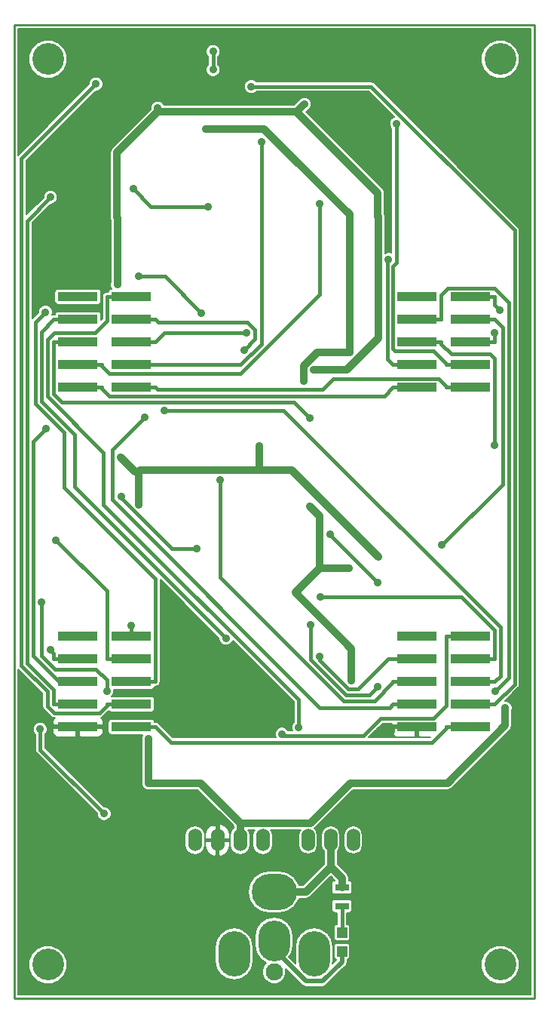
<source format=gtl>
G04 #@! TF.FileFunction,Copper,L1,Top,Signal*
%FSLAX46Y46*%
G04 Gerber Fmt 4.6, Leading zero omitted, Abs format (unit mm)*
G04 Created by KiCad (PCBNEW no-vcs-found-product) date Thu 23 Jul 2015 11:14:11 AM EDT*
%MOMM*%
G01*
G04 APERTURE LIST*
%ADD10C,0.100000*%
%ADD11C,0.228600*%
%ADD12R,4.495800X1.016000*%
%ADD13R,1.193800X1.193800*%
%ADD14C,1.930400*%
%ADD15O,3.556000X4.572000*%
%ADD16O,5.080000X4.064000*%
%ADD17O,3.556000X5.080000*%
%ADD18O,1.524000X2.540000*%
%ADD19R,1.600200X0.787400*%
%ADD20C,3.556000*%
%ADD21C,0.889000*%
%ADD22C,0.812800*%
%ADD23C,0.406400*%
%ADD24C,0.508000*%
%ADD25C,0.203200*%
G04 APERTURE END LIST*
D10*
D11*
X107569000Y-162951160D02*
X107569000Y-53731160D01*
X165989000Y-162951160D02*
X107569000Y-162951160D01*
X165989000Y-53731160D02*
X165989000Y-162951160D01*
X107569000Y-53731160D02*
X165989000Y-53731160D01*
D12*
X120726200Y-132471000D03*
X114731800Y-132471000D03*
X120726200Y-129931000D03*
X114731800Y-129931000D03*
X120726200Y-127391000D03*
X114731800Y-127391000D03*
X120726200Y-124851000D03*
X114731800Y-124851000D03*
X120726200Y-122311000D03*
X114731800Y-122311000D03*
D13*
X144399000Y-155546900D03*
X144399000Y-157655100D03*
D12*
X158826200Y-132471000D03*
X152831800Y-132471000D03*
X158826200Y-129931000D03*
X152831800Y-129931000D03*
X158826200Y-127391000D03*
X152831800Y-127391000D03*
X158826200Y-124851000D03*
X152831800Y-124851000D03*
X158826200Y-122311000D03*
X152831800Y-122311000D03*
D14*
X136779000Y-159953800D03*
D15*
X136779000Y-156448600D03*
D16*
X136779000Y-150962200D03*
D17*
X141274800Y-157947200D03*
X132283200Y-157947200D03*
D12*
X120726200Y-94371200D03*
X114731800Y-94371200D03*
X120726200Y-91831200D03*
X114731800Y-91831200D03*
X120726200Y-89291200D03*
X114731800Y-89291200D03*
X120726200Y-86751200D03*
X114731800Y-86751200D03*
X120726200Y-84211200D03*
X114731800Y-84211200D03*
X158826200Y-94371200D03*
X152831800Y-94371200D03*
X158826200Y-91831200D03*
X152831800Y-91831200D03*
X158826200Y-89291200D03*
X152831800Y-89291200D03*
X158826200Y-86751200D03*
X152831800Y-86751200D03*
X158826200Y-84211200D03*
X152831800Y-84211200D03*
D18*
X135509000Y-145171000D03*
X132969000Y-145171000D03*
X130429000Y-145171000D03*
X127889000Y-145171000D03*
X140589000Y-145171000D03*
X143129000Y-145171000D03*
X145669000Y-145171000D03*
D19*
X144399000Y-150479600D03*
X144399000Y-152562400D03*
D20*
X111379000Y-57541200D03*
X162179000Y-57541200D03*
X111379000Y-159141000D03*
X162179000Y-159141000D03*
D21*
X116756800Y-60330900D03*
X111663600Y-73044200D03*
X111101900Y-85922600D03*
X111161100Y-99013000D03*
X112278000Y-111490800D03*
X111634300Y-123812600D03*
X120726200Y-121059500D03*
X119578900Y-106656100D03*
X128086100Y-112484400D03*
X117975700Y-128437900D03*
X110647900Y-118515700D03*
X117678500Y-142210700D03*
X110507800Y-132719600D03*
X117941100Y-133582200D03*
X110315300Y-129229100D03*
X149837900Y-133312200D03*
X118030200Y-74053600D03*
X118030200Y-82845900D03*
X135326300Y-66847500D03*
X141851100Y-73771300D03*
X133670600Y-88237900D03*
X140819000Y-97851900D03*
X133401400Y-90166300D03*
X131363800Y-122541600D03*
X139524900Y-132539000D03*
X145320400Y-138777800D03*
X148521000Y-113421000D03*
X162722900Y-130348400D03*
X148449200Y-87990300D03*
X119547300Y-102226200D03*
X121597500Y-107536400D03*
X122687200Y-138766700D03*
X135108400Y-100922600D03*
X141172900Y-92421200D03*
X148425500Y-75215300D03*
X122687200Y-133771800D03*
X140183400Y-62597500D03*
X119151900Y-75316900D03*
X123703700Y-63024000D03*
X119181200Y-82842900D03*
X145224800Y-114667600D03*
X145276900Y-77202800D03*
X145276900Y-90438500D03*
X139114100Y-68825300D03*
X139144600Y-117376600D03*
X140067700Y-93687900D03*
X140759600Y-107706200D03*
X129097400Y-65345900D03*
X145463900Y-127282000D03*
X134213900Y-60630800D03*
X122255300Y-97717000D03*
X124474400Y-96954500D03*
X130681200Y-104791500D03*
X141957900Y-117866000D03*
X141901500Y-124548900D03*
X137658200Y-133285000D03*
X150526300Y-64774200D03*
X149624300Y-80018800D03*
X161531600Y-88210700D03*
X161531700Y-100902700D03*
X155626500Y-112035000D03*
X161609900Y-128436400D03*
X162133800Y-85699100D03*
X120971200Y-72104500D03*
X129389200Y-74075900D03*
X121559400Y-81933200D03*
X128597600Y-86039600D03*
X148416200Y-116275300D03*
X143065300Y-110819800D03*
X148413400Y-127927900D03*
X140864100Y-120971800D03*
X129925100Y-58725400D03*
X129925100Y-56683900D03*
D22*
X144399000Y-150479600D02*
X144399000Y-149425200D01*
X140322000Y-150962200D02*
X136779000Y-150962200D01*
X143129000Y-148155200D02*
X140322000Y-150962200D01*
X143129000Y-145171000D02*
X143129000Y-148155200D01*
X143129000Y-148155200D02*
X144399000Y-149425200D01*
D23*
X120726200Y-129931000D02*
X118020800Y-129931000D01*
X108371600Y-68716100D02*
X116756800Y-60330900D01*
X108371600Y-125563400D02*
X108371600Y-68716100D01*
X111293000Y-128484800D02*
X108371600Y-125563400D01*
X111293000Y-130135900D02*
X111293000Y-128484800D01*
X112053600Y-130896500D02*
X111293000Y-130135900D01*
X117176100Y-130896500D02*
X112053600Y-130896500D01*
X118020800Y-130051800D02*
X117176100Y-130896500D01*
X118020800Y-129931000D02*
X118020800Y-130051800D01*
X114731800Y-129931000D02*
X112026400Y-129931000D01*
X109032400Y-75675400D02*
X111663600Y-73044200D01*
X109032400Y-125289700D02*
X109032400Y-75675400D01*
X112026400Y-128283700D02*
X109032400Y-125289700D01*
X112026400Y-129931000D02*
X112026400Y-128283700D01*
X123431600Y-115885100D02*
X123431600Y-127391000D01*
X113180100Y-105633600D02*
X123431600Y-115885100D01*
X113180100Y-99442500D02*
X113180100Y-105633600D01*
X109957300Y-96219700D02*
X113180100Y-99442500D01*
X109957300Y-87067200D02*
X109957300Y-96219700D01*
X111101900Y-85922600D02*
X109957300Y-87067200D01*
X120726200Y-127391000D02*
X123431600Y-127391000D01*
X109698400Y-100475700D02*
X111161100Y-99013000D01*
X109698400Y-124521900D02*
X109698400Y-100475700D01*
X112567500Y-127391000D02*
X109698400Y-124521900D01*
X114731800Y-127391000D02*
X112567500Y-127391000D01*
X120726200Y-124851000D02*
X118020800Y-124851000D01*
X118020800Y-117233600D02*
X118020800Y-124851000D01*
X112278000Y-111490800D02*
X118020800Y-117233600D01*
X114731800Y-124851000D02*
X112026400Y-124851000D01*
X112026400Y-124204700D02*
X111634300Y-123812600D01*
X112026400Y-124851000D02*
X112026400Y-124204700D01*
X120726200Y-122311000D02*
X120726200Y-121059500D01*
D24*
X144399000Y-158855200D02*
X144399000Y-157655100D01*
X142251500Y-161002700D02*
X144399000Y-158855200D01*
X140324200Y-161002700D02*
X142251500Y-161002700D01*
X136779000Y-157457500D02*
X140324200Y-161002700D01*
X136779000Y-156956600D02*
X136779000Y-157457500D01*
D23*
X144399000Y-152562400D02*
X144399000Y-155546900D01*
X119578900Y-106793500D02*
X119578900Y-106656100D01*
X125269800Y-112484400D02*
X119578900Y-106793500D01*
X128086100Y-112484400D02*
X125269800Y-112484400D01*
X110647900Y-124469500D02*
X110647900Y-118515700D01*
X112147000Y-125968600D02*
X110647900Y-124469500D01*
X116764400Y-125968600D02*
X112147000Y-125968600D01*
X117975700Y-127179900D02*
X116764400Y-125968600D01*
X117975700Y-128437900D02*
X117975700Y-127179900D01*
X110507800Y-135040000D02*
X110507800Y-132719600D01*
X117678500Y-142210700D02*
X110507800Y-135040000D01*
D24*
X130429000Y-145171000D02*
X130429000Y-143392700D01*
X114731800Y-132471000D02*
X111975600Y-132471000D01*
X114731800Y-132471000D02*
X117488000Y-132471000D01*
X117941100Y-132924100D02*
X117488000Y-132471000D01*
X117941100Y-133582200D02*
X117941100Y-132924100D01*
X152831800Y-132471000D02*
X150075600Y-132471000D01*
X125881800Y-143392700D02*
X130429000Y-143392700D01*
X117941100Y-135452000D02*
X125881800Y-143392700D01*
X117941100Y-133582200D02*
X117941100Y-135452000D01*
X150075600Y-133074500D02*
X149837900Y-133312200D01*
X150075600Y-132471000D02*
X150075600Y-133074500D01*
X118030200Y-74053600D02*
X118030200Y-82845900D01*
X110315300Y-130810700D02*
X110315300Y-129229100D01*
X111975600Y-132471000D02*
X110315300Y-130810700D01*
D23*
X120726200Y-91831200D02*
X123431600Y-91831200D01*
X135326300Y-89517100D02*
X135326300Y-66847500D01*
X133012200Y-91831200D02*
X135326300Y-89517100D01*
X123431600Y-91831200D02*
X133012200Y-91831200D01*
X114731800Y-91831200D02*
X117437200Y-91831200D01*
X141851100Y-83926700D02*
X141851100Y-73771300D01*
X132981100Y-92796700D02*
X141851100Y-83926700D01*
X118281900Y-92796700D02*
X132981100Y-92796700D01*
X117437200Y-91952000D02*
X118281900Y-92796700D01*
X117437200Y-91831200D02*
X117437200Y-91952000D01*
X120726200Y-89291200D02*
X123431600Y-89291200D01*
X124484900Y-88237900D02*
X133670600Y-88237900D01*
X123431600Y-89291200D02*
X124484900Y-88237900D01*
X114731800Y-89291200D02*
X112026400Y-89291200D01*
X138983900Y-96016800D02*
X140819000Y-97851900D01*
X112959700Y-96016800D02*
X138983900Y-96016800D01*
X112026400Y-95083500D02*
X112959700Y-96016800D01*
X112026400Y-89291200D02*
X112026400Y-95083500D01*
X120726200Y-86751200D02*
X123431600Y-86751200D01*
X123736400Y-87056000D02*
X123431600Y-86751200D01*
X133786200Y-87056000D02*
X123736400Y-87056000D01*
X134615100Y-87884900D02*
X133786200Y-87056000D01*
X134615100Y-88952600D02*
X134615100Y-87884900D01*
X133401400Y-90166300D02*
X134615100Y-88952600D01*
X110651700Y-88125900D02*
X112026400Y-86751200D01*
X110651700Y-95979600D02*
X110651700Y-88125900D01*
X114335900Y-99663800D02*
X110651700Y-95979600D01*
X114335900Y-105513700D02*
X114335900Y-99663800D01*
X131363800Y-122541600D02*
X114335900Y-105513700D01*
X114731800Y-86751200D02*
X112026400Y-86751200D01*
X120726200Y-84211200D02*
X118020800Y-84211200D01*
X118020800Y-86881900D02*
X118020800Y-84211200D01*
X116693100Y-88209600D02*
X118020800Y-86881900D01*
X112115500Y-88209600D02*
X116693100Y-88209600D01*
X111327200Y-88997900D02*
X112115500Y-88209600D01*
X111327200Y-95384500D02*
X111327200Y-88997900D01*
X117616300Y-101673600D02*
X111327200Y-95384500D01*
X117616300Y-107518500D02*
X117616300Y-101673600D01*
X139524900Y-129427100D02*
X117616300Y-107518500D01*
X139524900Y-132539000D02*
X139524900Y-129427100D01*
D22*
X132969000Y-145171000D02*
X132969000Y-143240300D01*
X162722900Y-132296900D02*
X162722900Y-130348400D01*
X156242000Y-138777800D02*
X162722900Y-132296900D01*
X145320400Y-138777800D02*
X156242000Y-138777800D01*
X140857900Y-143240300D02*
X132969000Y-143240300D01*
X145320400Y-138777800D02*
X140857900Y-143240300D01*
X148449200Y-75239000D02*
X148425500Y-75215300D01*
X148449200Y-87990300D02*
X148449200Y-75239000D01*
X122687200Y-138766700D02*
X122687200Y-133771800D01*
X128495400Y-138766700D02*
X122687200Y-138766700D01*
X132969000Y-143240300D02*
X128495400Y-138766700D01*
X121597500Y-103813700D02*
X121597500Y-107536400D01*
X121134800Y-103813700D02*
X119547300Y-102226200D01*
X121597500Y-103813700D02*
X121134800Y-103813700D01*
X148449200Y-88876300D02*
X148449200Y-87990300D01*
X144904300Y-92421200D02*
X148449200Y-88876300D01*
X141172900Y-92421200D02*
X144904300Y-92421200D01*
X148425500Y-72599600D02*
X148425500Y-75215300D01*
X139303400Y-63477500D02*
X148425500Y-72599600D01*
X139303400Y-63477500D02*
X140183400Y-62597500D01*
X123703700Y-63477500D02*
X139303400Y-63477500D01*
X123703700Y-63477500D02*
X123703700Y-63024000D01*
X119151900Y-68029300D02*
X123703700Y-63477500D01*
X119151900Y-75316900D02*
X119151900Y-68029300D01*
X119181200Y-75346200D02*
X119181200Y-82842900D01*
X119151900Y-75316900D02*
X119181200Y-75346200D01*
X121724900Y-103686300D02*
X121597500Y-103813700D01*
X135108400Y-103686300D02*
X121724900Y-103686300D01*
X138786300Y-103686300D02*
X135108400Y-103686300D01*
X148521000Y-113421000D02*
X138786300Y-103686300D01*
X135108400Y-103686300D02*
X135108400Y-100922600D01*
X145276900Y-74988100D02*
X139114100Y-68825300D01*
X145276900Y-77202800D02*
X145276900Y-74988100D01*
X145276900Y-90438500D02*
X145276900Y-77202800D01*
X140067700Y-91961600D02*
X140067700Y-93687900D01*
X141590800Y-90438500D02*
X140067700Y-91961600D01*
X145276900Y-90438500D02*
X141590800Y-90438500D01*
X145224800Y-114667600D02*
X141853600Y-114667600D01*
X141853600Y-108800200D02*
X140759600Y-107706200D01*
X141853600Y-114667600D02*
X141853600Y-108800200D01*
X135634700Y-65345900D02*
X139114100Y-68825300D01*
X129097400Y-65345900D02*
X135634700Y-65345900D01*
X141853600Y-114667600D02*
X139144600Y-117376600D01*
X145463900Y-123695900D02*
X145463900Y-127282000D01*
X139144600Y-117376600D02*
X145463900Y-123695900D01*
D23*
X125175300Y-134214700D02*
X123431600Y-132471000D01*
X154497800Y-134214700D02*
X125175300Y-134214700D01*
X156120800Y-132591700D02*
X154497800Y-134214700D01*
X156120800Y-132471000D02*
X156120800Y-132591700D01*
X158826200Y-132471000D02*
X156120800Y-132471000D01*
X120726200Y-132471000D02*
X123431600Y-132471000D01*
X158826200Y-129931000D02*
X161531600Y-129931000D01*
X163795000Y-127667600D02*
X161531600Y-129931000D01*
X163795000Y-76764900D02*
X163795000Y-127667600D01*
X147660900Y-60630800D02*
X163795000Y-76764900D01*
X134213900Y-60630800D02*
X147660900Y-60630800D01*
X152831800Y-129931000D02*
X150126400Y-129931000D01*
X149763500Y-130293900D02*
X150126400Y-129931000D01*
X141910900Y-130293900D02*
X149763500Y-130293900D01*
X118615100Y-106998100D02*
X141910900Y-130293900D01*
X118615100Y-101357200D02*
X118615100Y-106998100D01*
X122255300Y-97717000D02*
X118615100Y-101357200D01*
X158826200Y-127391000D02*
X161531600Y-127391000D01*
X137848700Y-96954500D02*
X124474400Y-96954500D01*
X162193400Y-121299200D02*
X137848700Y-96954500D01*
X162193400Y-126729200D02*
X162193400Y-121299200D01*
X161531600Y-127391000D02*
X162193400Y-126729200D01*
X152831800Y-127391000D02*
X150126400Y-127391000D01*
X150126400Y-127490600D02*
X150126400Y-127391000D01*
X148031000Y-129586000D02*
X150126400Y-127490600D01*
X144579600Y-129586000D02*
X148031000Y-129586000D01*
X130681200Y-115687600D02*
X144579600Y-129586000D01*
X130681200Y-104791500D02*
X130681200Y-115687600D01*
X158826200Y-124851000D02*
X161531600Y-124851000D01*
X161531600Y-121571900D02*
X161531600Y-124851000D01*
X157825700Y-117866000D02*
X161531600Y-121571900D01*
X141957900Y-117866000D02*
X157825700Y-117866000D01*
X149586900Y-124851000D02*
X152831800Y-124851000D01*
X146210600Y-128227300D02*
X149586900Y-124851000D01*
X145102900Y-128227300D02*
X146210600Y-128227300D01*
X141901500Y-125025900D02*
X145102900Y-128227300D01*
X141901500Y-124548900D02*
X141901500Y-125025900D01*
X158826200Y-122311000D02*
X156120800Y-122311000D01*
X137818500Y-133445300D02*
X137658200Y-133285000D01*
X146796100Y-133445300D02*
X137818500Y-133445300D01*
X148736000Y-131505400D02*
X146796100Y-133445300D01*
X154687200Y-131505400D02*
X148736000Y-131505400D01*
X156120800Y-130071800D02*
X154687200Y-131505400D01*
X156120800Y-122311000D02*
X156120800Y-130071800D01*
X158826200Y-94371200D02*
X156120800Y-94371200D01*
X156120800Y-94250400D02*
X156120800Y-94371200D01*
X155276100Y-93405700D02*
X156120800Y-94250400D01*
X143428500Y-93405700D02*
X155276100Y-93405700D01*
X142218400Y-94615800D02*
X143428500Y-93405700D01*
X123676200Y-94615800D02*
X142218400Y-94615800D01*
X123431600Y-94371200D02*
X123676200Y-94615800D01*
X120726200Y-94371200D02*
X123431600Y-94371200D01*
X152831800Y-94371200D02*
X150126400Y-94371200D01*
X114731800Y-94371200D02*
X117437200Y-94371200D01*
X149160900Y-95336700D02*
X150126400Y-94371200D01*
X118281900Y-95336700D02*
X149160900Y-95336700D01*
X117437200Y-94492000D02*
X118281900Y-95336700D01*
X117437200Y-94371200D02*
X117437200Y-94492000D01*
X158826200Y-91831200D02*
X156120800Y-91831200D01*
X150526300Y-80392500D02*
X150526300Y-64774200D01*
X150126300Y-80792500D02*
X150526300Y-80392500D01*
X150126300Y-90026000D02*
X150126300Y-80792500D01*
X150357100Y-90256800D02*
X150126300Y-90026000D01*
X154674700Y-90256800D02*
X150357100Y-90256800D01*
X156120800Y-91702900D02*
X154674700Y-90256800D01*
X156120800Y-91831200D02*
X156120800Y-91702900D01*
X149465500Y-91170300D02*
X150126400Y-91831200D01*
X149465500Y-80177600D02*
X149465500Y-91170300D01*
X149624300Y-80018800D02*
X149465500Y-80177600D01*
X152831800Y-91831200D02*
X150126400Y-91831200D01*
X158826200Y-89291200D02*
X161531600Y-89291200D01*
X161531600Y-88210700D02*
X161531600Y-89291200D01*
X161531700Y-91124400D02*
X161531700Y-100902700D01*
X161049700Y-90642400D02*
X161531700Y-91124400D01*
X156684700Y-90642400D02*
X161049700Y-90642400D01*
X155537200Y-89494900D02*
X156684700Y-90642400D01*
X155537200Y-89291200D02*
X155537200Y-89494900D01*
X152831800Y-89291200D02*
X155537200Y-89291200D01*
X158826200Y-86751200D02*
X161531600Y-86751200D01*
X162433700Y-87653300D02*
X161531600Y-86751200D01*
X162433700Y-105227800D02*
X162433700Y-87653300D01*
X155626500Y-112035000D02*
X162433700Y-105227800D01*
X152831800Y-86751200D02*
X155537200Y-86751200D01*
X155537200Y-84029200D02*
X155537200Y-86751200D01*
X156320800Y-83245600D02*
X155537200Y-84029200D01*
X161519600Y-83245600D02*
X156320800Y-83245600D01*
X163121400Y-84847400D02*
X161519600Y-83245600D01*
X163121400Y-126924900D02*
X163121400Y-84847400D01*
X161609900Y-128436400D02*
X163121400Y-126924900D01*
X161531600Y-85096900D02*
X161531600Y-84211200D01*
X162133800Y-85699100D02*
X161531600Y-85096900D01*
X158826200Y-84211200D02*
X161531600Y-84211200D01*
X122942600Y-74075900D02*
X120971200Y-72104500D01*
X129389200Y-74075900D02*
X122942600Y-74075900D01*
X124491200Y-81933200D02*
X121559400Y-81933200D01*
X128597600Y-86039600D02*
X124491200Y-81933200D01*
X143065300Y-110924400D02*
X143065300Y-110819800D01*
X148416200Y-116275300D02*
X143065300Y-110924400D01*
X147453100Y-128888200D02*
X148413400Y-127927900D01*
X144827800Y-128888200D02*
X147453100Y-128888200D01*
X140864100Y-124924500D02*
X144827800Y-128888200D01*
X140864100Y-120971800D02*
X140864100Y-124924500D01*
X129925100Y-58725400D02*
X129925100Y-56683900D01*
D25*
G36*
X165569900Y-162532060D02*
X107988100Y-162532060D01*
X107988100Y-159563537D01*
X109245030Y-159563537D01*
X109569167Y-160348009D01*
X110168835Y-160948724D01*
X110952739Y-161274229D01*
X111801537Y-161274970D01*
X112586009Y-160950833D01*
X113186724Y-160351165D01*
X113512229Y-159567261D01*
X113512970Y-158718463D01*
X113188833Y-157933991D01*
X112589165Y-157333276D01*
X112095942Y-157128472D01*
X130149600Y-157128472D01*
X130149600Y-158765928D01*
X130312011Y-159582421D01*
X130774517Y-160274611D01*
X131466707Y-160737117D01*
X132283200Y-160899528D01*
X133099693Y-160737117D01*
X133791883Y-160274611D01*
X134254389Y-159582421D01*
X134416800Y-158765928D01*
X134416800Y-157128472D01*
X134254389Y-156311979D01*
X133971663Y-155888848D01*
X134645400Y-155888848D01*
X134645400Y-157008352D01*
X134807811Y-157824845D01*
X135270317Y-158517035D01*
X135916338Y-158948692D01*
X135659933Y-159204650D01*
X135458430Y-159689924D01*
X135457971Y-160215371D01*
X135658627Y-160700996D01*
X136029850Y-161072867D01*
X136515124Y-161274370D01*
X137040571Y-161274829D01*
X137526196Y-161074173D01*
X137898067Y-160702950D01*
X138099570Y-160217676D01*
X138100029Y-159692229D01*
X138063699Y-159604303D01*
X139893148Y-161433752D01*
X140090916Y-161565897D01*
X140324200Y-161612300D01*
X142251500Y-161612300D01*
X142484784Y-161565897D01*
X142682552Y-161433752D01*
X144552767Y-159563537D01*
X160045030Y-159563537D01*
X160369167Y-160348009D01*
X160968835Y-160948724D01*
X161752739Y-161274229D01*
X162601537Y-161274970D01*
X163386009Y-160950833D01*
X163986724Y-160351165D01*
X164312229Y-159567261D01*
X164312970Y-158718463D01*
X163988833Y-157933991D01*
X163389165Y-157333276D01*
X162605261Y-157007771D01*
X161756463Y-157007030D01*
X160971991Y-157331167D01*
X160371276Y-157930835D01*
X160045771Y-158714739D01*
X160045030Y-159563537D01*
X144552767Y-159563537D01*
X144830053Y-159286252D01*
X144909267Y-159167698D01*
X144962197Y-159088484D01*
X145008600Y-158855200D01*
X145008600Y-158560307D01*
X145112119Y-158540222D01*
X145214265Y-158473123D01*
X145282641Y-158371827D01*
X145306671Y-158252000D01*
X145306671Y-157058200D01*
X145284122Y-156941981D01*
X145217023Y-156839835D01*
X145115727Y-156771459D01*
X144995900Y-156747429D01*
X143802100Y-156747429D01*
X143685881Y-156769978D01*
X143583735Y-156837077D01*
X143515359Y-156938373D01*
X143491329Y-157058200D01*
X143491329Y-158252000D01*
X143513878Y-158368219D01*
X143580977Y-158470365D01*
X143682273Y-158538741D01*
X143789400Y-158560224D01*
X143789400Y-158602695D01*
X143354328Y-159037768D01*
X143408400Y-158765928D01*
X143408400Y-157128472D01*
X143245989Y-156311979D01*
X142783483Y-155619789D01*
X142091293Y-155157283D01*
X141274800Y-154994872D01*
X140458307Y-155157283D01*
X139766117Y-155619789D01*
X139303611Y-156311979D01*
X139141200Y-157128472D01*
X139141200Y-158765928D01*
X139188792Y-159005188D01*
X138453090Y-158269486D01*
X138750189Y-157824845D01*
X138912600Y-157008352D01*
X138912600Y-155888848D01*
X138750189Y-155072355D01*
X138287683Y-154380165D01*
X137595493Y-153917659D01*
X136779000Y-153755248D01*
X135962507Y-153917659D01*
X135270317Y-154380165D01*
X134807811Y-155072355D01*
X134645400Y-155888848D01*
X133971663Y-155888848D01*
X133791883Y-155619789D01*
X133099693Y-155157283D01*
X132283200Y-154994872D01*
X131466707Y-155157283D01*
X130774517Y-155619789D01*
X130312011Y-156311979D01*
X130149600Y-157128472D01*
X112095942Y-157128472D01*
X111805261Y-157007771D01*
X110956463Y-157007030D01*
X110171991Y-157331167D01*
X109571276Y-157930835D01*
X109245771Y-158714739D01*
X109245030Y-159563537D01*
X107988100Y-159563537D01*
X107988100Y-150962200D01*
X133826672Y-150962200D01*
X134008417Y-151875895D01*
X134525984Y-152650488D01*
X135300577Y-153168055D01*
X136214272Y-153349800D01*
X137343728Y-153349800D01*
X138257423Y-153168055D01*
X139032016Y-152650488D01*
X139353936Y-152168700D01*
X143236333Y-152168700D01*
X143236333Y-152956100D01*
X143262641Y-153091689D01*
X143340923Y-153210859D01*
X143459101Y-153290631D01*
X143598900Y-153318667D01*
X143840200Y-153318667D01*
X143840200Y-154639229D01*
X143802100Y-154639229D01*
X143685881Y-154661778D01*
X143583735Y-154728877D01*
X143515359Y-154830173D01*
X143491329Y-154950000D01*
X143491329Y-156143800D01*
X143513878Y-156260019D01*
X143580977Y-156362165D01*
X143682273Y-156430541D01*
X143802100Y-156454571D01*
X144995900Y-156454571D01*
X145112119Y-156432022D01*
X145214265Y-156364923D01*
X145282641Y-156263627D01*
X145306671Y-156143800D01*
X145306671Y-154950000D01*
X145284122Y-154833781D01*
X145217023Y-154731635D01*
X145115727Y-154663259D01*
X144995900Y-154639229D01*
X144957800Y-154639229D01*
X144957800Y-153318667D01*
X145199100Y-153318667D01*
X145334689Y-153292359D01*
X145453859Y-153214077D01*
X145533631Y-153095899D01*
X145561667Y-152956100D01*
X145561667Y-152168700D01*
X145535359Y-152033111D01*
X145457077Y-151913941D01*
X145338899Y-151834169D01*
X145199100Y-151806133D01*
X143598900Y-151806133D01*
X143463311Y-151832441D01*
X143344141Y-151910723D01*
X143264369Y-152028901D01*
X143236333Y-152168700D01*
X139353936Y-152168700D01*
X139549583Y-151875895D01*
X139579757Y-151724200D01*
X140322000Y-151724200D01*
X140613605Y-151666196D01*
X140860815Y-151501015D01*
X143129000Y-149232831D01*
X143619502Y-149723333D01*
X143598900Y-149723333D01*
X143463311Y-149749641D01*
X143344141Y-149827923D01*
X143264369Y-149946101D01*
X143236333Y-150085900D01*
X143236333Y-150873300D01*
X143262641Y-151008889D01*
X143340923Y-151128059D01*
X143459101Y-151207831D01*
X143598900Y-151235867D01*
X144370178Y-151235867D01*
X144399000Y-151241600D01*
X144427822Y-151235867D01*
X145199100Y-151235867D01*
X145334689Y-151209559D01*
X145453859Y-151131277D01*
X145533631Y-151013099D01*
X145561667Y-150873300D01*
X145561667Y-150085900D01*
X145535359Y-149950311D01*
X145457077Y-149831141D01*
X145338899Y-149751369D01*
X145199100Y-149723333D01*
X145161000Y-149723333D01*
X145161000Y-149425200D01*
X145102996Y-149133595D01*
X144937815Y-148886384D01*
X143891000Y-147839570D01*
X143891000Y-146452733D01*
X144114595Y-146118099D01*
X144195800Y-145709852D01*
X144195800Y-144632148D01*
X144602200Y-144632148D01*
X144602200Y-145709852D01*
X144683405Y-146118099D01*
X144914658Y-146464194D01*
X145260753Y-146695447D01*
X145669000Y-146776652D01*
X146077247Y-146695447D01*
X146423342Y-146464194D01*
X146654595Y-146118099D01*
X146735800Y-145709852D01*
X146735800Y-144632148D01*
X146654595Y-144223901D01*
X146423342Y-143877806D01*
X146077247Y-143646553D01*
X145669000Y-143565348D01*
X145260753Y-143646553D01*
X144914658Y-143877806D01*
X144683405Y-144223901D01*
X144602200Y-144632148D01*
X144195800Y-144632148D01*
X144195800Y-144632148D01*
X144114595Y-144223901D01*
X143883342Y-143877806D01*
X143537247Y-143646553D01*
X143129000Y-143565348D01*
X142720753Y-143646553D01*
X142374658Y-143877806D01*
X142143405Y-144223901D01*
X142062200Y-144632148D01*
X142062200Y-145709852D01*
X142143405Y-146118099D01*
X142367000Y-146452733D01*
X142367000Y-147839569D01*
X140006370Y-150200200D01*
X139579757Y-150200200D01*
X139549583Y-150048505D01*
X139032016Y-149273912D01*
X138257423Y-148756345D01*
X137343728Y-148574600D01*
X136214272Y-148574600D01*
X135300577Y-148756345D01*
X134525984Y-149273912D01*
X134008417Y-150048505D01*
X133826672Y-150962200D01*
X107988100Y-150962200D01*
X107988100Y-144631153D01*
X126771400Y-144631153D01*
X126771400Y-145710847D01*
X126856472Y-146138534D01*
X127098737Y-146501110D01*
X127461313Y-146743375D01*
X127889000Y-146828447D01*
X128316687Y-146743375D01*
X128679263Y-146501110D01*
X128921528Y-146138534D01*
X129006600Y-145710847D01*
X129006600Y-145323400D01*
X129057400Y-145323400D01*
X129057400Y-145831400D01*
X129220128Y-146344688D01*
X129566896Y-146756631D01*
X130065239Y-147001484D01*
X130276600Y-146888637D01*
X130276600Y-145323400D01*
X130581400Y-145323400D01*
X130581400Y-146888637D01*
X130792761Y-147001484D01*
X131291104Y-146756631D01*
X131637872Y-146344688D01*
X131800600Y-145831400D01*
X131800600Y-145323400D01*
X130581400Y-145323400D01*
X130276600Y-145323400D01*
X130276600Y-145323400D01*
X129057400Y-145323400D01*
X129006600Y-145323400D01*
X129006600Y-144631153D01*
X128982621Y-144510600D01*
X129057400Y-144510600D01*
X129057400Y-145018600D01*
X130276600Y-145018600D01*
X130276600Y-143453363D01*
X130581400Y-143453363D01*
X130581400Y-145018600D01*
X131800600Y-145018600D01*
X131800600Y-144510600D01*
X131637872Y-143997312D01*
X131291104Y-143585369D01*
X130792761Y-143340516D01*
X130581400Y-143453363D01*
X130276600Y-143453363D01*
X130276600Y-143453363D01*
X130065239Y-143340516D01*
X129566896Y-143585369D01*
X129220128Y-143997312D01*
X129057400Y-144510600D01*
X128982621Y-144510600D01*
X128921528Y-144203466D01*
X128679263Y-143840890D01*
X128316687Y-143598625D01*
X127889000Y-143513553D01*
X127461313Y-143598625D01*
X127098737Y-143840890D01*
X126856472Y-144203466D01*
X126771400Y-144631153D01*
X107988100Y-144631153D01*
X107988100Y-132878052D01*
X109707561Y-132878052D01*
X109829113Y-133172228D01*
X109949000Y-133292325D01*
X109949000Y-135040000D01*
X109991536Y-135253844D01*
X110112669Y-135435131D01*
X116878408Y-142200870D01*
X116878261Y-142369152D01*
X116999813Y-142663328D01*
X117224688Y-142888596D01*
X117518652Y-143010661D01*
X117836952Y-143010939D01*
X118131128Y-142889387D01*
X118356396Y-142664512D01*
X118478461Y-142370548D01*
X118478739Y-142052248D01*
X118357187Y-141758072D01*
X118132312Y-141532804D01*
X117838348Y-141410739D01*
X117668653Y-141410591D01*
X111066600Y-134808538D01*
X111066600Y-133292300D01*
X111185696Y-133173412D01*
X111307761Y-132879448D01*
X111307851Y-132775800D01*
X111874300Y-132775800D01*
X111874300Y-133100257D01*
X111967106Y-133324311D01*
X112138589Y-133495794D01*
X112362643Y-133588600D01*
X114427000Y-133588600D01*
X114579400Y-133436200D01*
X114579400Y-132623400D01*
X114884200Y-132623400D01*
X114884200Y-133436200D01*
X115036600Y-133588600D01*
X117100957Y-133588600D01*
X117325011Y-133495794D01*
X117496494Y-133324311D01*
X117589300Y-133100257D01*
X117589300Y-132775800D01*
X117436900Y-132623400D01*
X114884200Y-132623400D01*
X114579400Y-132623400D01*
X114579400Y-132623400D01*
X112026700Y-132623400D01*
X111874300Y-132775800D01*
X111307851Y-132775800D01*
X111308039Y-132561148D01*
X111186487Y-132266972D01*
X110961612Y-132041704D01*
X110667648Y-131919639D01*
X110349348Y-131919361D01*
X110055172Y-132040913D01*
X109829904Y-132265788D01*
X109707839Y-132559752D01*
X109707561Y-132878052D01*
X107988100Y-132878052D01*
X107988100Y-125970162D01*
X110734200Y-128716263D01*
X110734200Y-130135900D01*
X110776736Y-130349744D01*
X110870319Y-130489800D01*
X110897869Y-130531031D01*
X111658469Y-131291631D01*
X111839756Y-131412764D01*
X112053600Y-131455300D01*
X112129495Y-131455300D01*
X111967106Y-131617689D01*
X111874300Y-131841743D01*
X111874300Y-132166200D01*
X112026700Y-132318600D01*
X114579400Y-132318600D01*
X114579400Y-132298600D01*
X114884200Y-132298600D01*
X114884200Y-132318600D01*
X117436900Y-132318600D01*
X117589300Y-132166200D01*
X117589300Y-131841743D01*
X117496494Y-131617689D01*
X117325011Y-131446206D01*
X117291533Y-131432339D01*
X117389944Y-131412764D01*
X117571231Y-131291631D01*
X118200016Y-130662846D01*
X118220323Y-130693759D01*
X118338501Y-130773531D01*
X118478300Y-130801567D01*
X122974100Y-130801567D01*
X123109689Y-130775259D01*
X123228859Y-130696977D01*
X123308631Y-130578799D01*
X123336667Y-130439000D01*
X123336667Y-129423000D01*
X123310359Y-129287411D01*
X123232077Y-129168241D01*
X123113899Y-129088469D01*
X122974100Y-129060433D01*
X118484580Y-129060433D01*
X118653596Y-128891712D01*
X118775661Y-128597748D01*
X118775939Y-128279448D01*
X118768551Y-128261567D01*
X122974100Y-128261567D01*
X123109689Y-128235259D01*
X123228859Y-128156977D01*
X123308631Y-128038799D01*
X123326479Y-127949800D01*
X123431600Y-127949800D01*
X123645444Y-127907264D01*
X123826731Y-127786131D01*
X123947864Y-127604844D01*
X123990400Y-127391000D01*
X123990400Y-115958462D01*
X130563708Y-122531770D01*
X130563561Y-122700052D01*
X130685113Y-122994228D01*
X130909988Y-123219496D01*
X131203952Y-123341561D01*
X131522252Y-123341839D01*
X131816428Y-123220287D01*
X132041696Y-122995412D01*
X132118349Y-122810811D01*
X138966100Y-129658562D01*
X138966100Y-131966300D01*
X138847004Y-132085188D01*
X138724939Y-132379152D01*
X138724661Y-132697452D01*
X138802775Y-132886500D01*
X138359252Y-132886500D01*
X138336887Y-132832372D01*
X138112012Y-132607104D01*
X137818048Y-132485039D01*
X137499748Y-132484761D01*
X137205572Y-132606313D01*
X136980304Y-132831188D01*
X136858239Y-133125152D01*
X136857961Y-133443452D01*
X136945743Y-133655900D01*
X125406762Y-133655900D01*
X123826731Y-132075869D01*
X123774416Y-132040913D01*
X123645444Y-131954736D01*
X123431600Y-131912200D01*
X123326810Y-131912200D01*
X123310359Y-131827411D01*
X123232077Y-131708241D01*
X123113899Y-131628469D01*
X122974100Y-131600433D01*
X118478300Y-131600433D01*
X118342711Y-131626741D01*
X118223541Y-131705023D01*
X118143769Y-131823201D01*
X118115733Y-131963000D01*
X118115733Y-132979000D01*
X118142041Y-133114589D01*
X118220323Y-133233759D01*
X118338501Y-133313531D01*
X118478300Y-133341567D01*
X121999513Y-133341567D01*
X121887239Y-133611952D01*
X121886961Y-133930252D01*
X121925200Y-134022797D01*
X121925200Y-138515432D01*
X121887239Y-138606852D01*
X121886961Y-138925152D01*
X122008513Y-139219328D01*
X122233388Y-139444596D01*
X122527352Y-139566661D01*
X122845652Y-139566939D01*
X122938197Y-139528700D01*
X128179770Y-139528700D01*
X132207000Y-143555931D01*
X132207000Y-143822005D01*
X132178737Y-143840890D01*
X131936472Y-144203466D01*
X131851400Y-144631153D01*
X131851400Y-145710847D01*
X131936472Y-146138534D01*
X132178737Y-146501110D01*
X132541313Y-146743375D01*
X132969000Y-146828447D01*
X133396687Y-146743375D01*
X133759263Y-146501110D01*
X134001528Y-146138534D01*
X134086600Y-145710847D01*
X134086600Y-144631153D01*
X134001528Y-144203466D01*
X133867113Y-144002300D01*
X134610887Y-144002300D01*
X134476472Y-144203466D01*
X134391400Y-144631153D01*
X134391400Y-145710847D01*
X134476472Y-146138534D01*
X134718737Y-146501110D01*
X135081313Y-146743375D01*
X135509000Y-146828447D01*
X135936687Y-146743375D01*
X136299263Y-146501110D01*
X136541528Y-146138534D01*
X136626600Y-145710847D01*
X136626600Y-144631153D01*
X136541528Y-144203466D01*
X136407113Y-144002300D01*
X139751474Y-144002300D01*
X139603405Y-144223901D01*
X139522200Y-144632148D01*
X139522200Y-145709852D01*
X139603405Y-146118099D01*
X139834658Y-146464194D01*
X140180753Y-146695447D01*
X140589000Y-146776652D01*
X140997247Y-146695447D01*
X141343342Y-146464194D01*
X141574595Y-146118099D01*
X141655800Y-145709852D01*
X141655800Y-144632148D01*
X141574595Y-144223901D01*
X141343342Y-143877806D01*
X141296178Y-143846292D01*
X141396715Y-143779115D01*
X145636030Y-139539800D01*
X156242000Y-139539800D01*
X156533605Y-139481796D01*
X156780815Y-139316615D01*
X163261716Y-132835715D01*
X163362525Y-132684843D01*
X163426896Y-132588505D01*
X163484900Y-132296900D01*
X163484900Y-130599668D01*
X163522861Y-130508248D01*
X163523139Y-130189948D01*
X163401587Y-129895772D01*
X163176712Y-129670504D01*
X162882748Y-129548439D01*
X162704579Y-129548283D01*
X164190131Y-128062731D01*
X164202647Y-128044000D01*
X164311264Y-127881444D01*
X164353800Y-127667600D01*
X164353800Y-76764900D01*
X164311264Y-76551056D01*
X164190131Y-76369769D01*
X148056031Y-60235669D01*
X147968209Y-60176988D01*
X147874744Y-60114536D01*
X147660900Y-60072000D01*
X134786600Y-60072000D01*
X134667712Y-59952904D01*
X134373748Y-59830839D01*
X134055448Y-59830561D01*
X133761272Y-59952113D01*
X133536004Y-60176988D01*
X133413939Y-60470952D01*
X133413661Y-60789252D01*
X133535213Y-61083428D01*
X133760088Y-61308696D01*
X134054052Y-61430761D01*
X134372352Y-61431039D01*
X134666528Y-61309487D01*
X134786625Y-61189600D01*
X147429438Y-61189600D01*
X150258840Y-64019002D01*
X150073672Y-64095513D01*
X149848404Y-64320388D01*
X149726339Y-64614352D01*
X149726061Y-64932652D01*
X149847613Y-65226828D01*
X149967500Y-65346925D01*
X149967500Y-79294974D01*
X149784148Y-79218839D01*
X149465848Y-79218561D01*
X149211200Y-79323780D01*
X149211200Y-75409492D01*
X149225461Y-75375148D01*
X149225739Y-75056848D01*
X149187500Y-74964303D01*
X149187500Y-72599600D01*
X149164784Y-72485400D01*
X149129497Y-72307996D01*
X148964316Y-72060785D01*
X140381030Y-63477500D01*
X140544541Y-63313989D01*
X140636028Y-63276187D01*
X140861296Y-63051312D01*
X140983361Y-62757348D01*
X140983639Y-62439048D01*
X140862087Y-62144872D01*
X140637212Y-61919604D01*
X140343248Y-61797539D01*
X140024948Y-61797261D01*
X139730772Y-61918813D01*
X139505504Y-62143688D01*
X139467103Y-62236167D01*
X138987770Y-62715500D01*
X124441940Y-62715500D01*
X124382387Y-62571372D01*
X124157512Y-62346104D01*
X123863548Y-62224039D01*
X123545248Y-62223761D01*
X123251072Y-62345313D01*
X123025804Y-62570188D01*
X122903739Y-62864152D01*
X122903461Y-63182452D01*
X122908623Y-63194946D01*
X118613085Y-67490485D01*
X118447904Y-67737695D01*
X118389900Y-68029300D01*
X118389900Y-75065632D01*
X118351939Y-75157052D01*
X118351661Y-75475352D01*
X118419200Y-75638808D01*
X118419200Y-82591632D01*
X118381239Y-82683052D01*
X118380961Y-83001352D01*
X118502513Y-83295528D01*
X118547539Y-83340633D01*
X118478300Y-83340633D01*
X118342711Y-83366941D01*
X118223541Y-83445223D01*
X118143769Y-83563401D01*
X118125921Y-83652400D01*
X118020800Y-83652400D01*
X117806956Y-83694936D01*
X117625669Y-83816069D01*
X117504536Y-83997356D01*
X117462000Y-84211200D01*
X117462000Y-86650437D01*
X117342267Y-86770170D01*
X117342267Y-86243200D01*
X117315959Y-86107611D01*
X117237677Y-85988441D01*
X117119499Y-85908669D01*
X116979700Y-85880633D01*
X112483900Y-85880633D01*
X112348311Y-85906941D01*
X112229141Y-85985223D01*
X112149369Y-86103401D01*
X112131521Y-86192400D01*
X112026400Y-86192400D01*
X111840882Y-86229302D01*
X111901861Y-86082448D01*
X111902139Y-85764148D01*
X111780587Y-85469972D01*
X111555712Y-85244704D01*
X111261748Y-85122639D01*
X110943448Y-85122361D01*
X110649272Y-85243913D01*
X110424004Y-85468788D01*
X110301939Y-85762752D01*
X110301791Y-85932447D01*
X109591200Y-86643038D01*
X109591200Y-83703200D01*
X112121333Y-83703200D01*
X112121333Y-84719200D01*
X112147641Y-84854789D01*
X112225923Y-84973959D01*
X112344101Y-85053731D01*
X112483900Y-85081767D01*
X116979700Y-85081767D01*
X117115289Y-85055459D01*
X117234459Y-84977177D01*
X117314231Y-84858999D01*
X117342267Y-84719200D01*
X117342267Y-83703200D01*
X117315959Y-83567611D01*
X117237677Y-83448441D01*
X117119499Y-83368669D01*
X116979700Y-83340633D01*
X112483900Y-83340633D01*
X112348311Y-83366941D01*
X112229141Y-83445223D01*
X112149369Y-83563401D01*
X112121333Y-83703200D01*
X109591200Y-83703200D01*
X109591200Y-75906862D01*
X111653770Y-73844292D01*
X111822052Y-73844439D01*
X112116228Y-73722887D01*
X112341496Y-73498012D01*
X112463561Y-73204048D01*
X112463839Y-72885748D01*
X112342287Y-72591572D01*
X112117412Y-72366304D01*
X111823448Y-72244239D01*
X111505148Y-72243961D01*
X111210972Y-72365513D01*
X110985704Y-72590388D01*
X110863639Y-72884352D01*
X110863491Y-73054047D01*
X108930400Y-74987138D01*
X108930400Y-68947562D01*
X116746971Y-61130992D01*
X116915252Y-61131139D01*
X117209428Y-61009587D01*
X117434696Y-60784712D01*
X117556761Y-60490748D01*
X117557039Y-60172448D01*
X117435487Y-59878272D01*
X117210612Y-59653004D01*
X116916648Y-59530939D01*
X116598348Y-59530661D01*
X116304172Y-59652213D01*
X116078904Y-59877088D01*
X115956839Y-60171052D01*
X115956691Y-60340746D01*
X107988100Y-68309338D01*
X107988100Y-57963737D01*
X109245030Y-57963737D01*
X109569167Y-58748209D01*
X110168835Y-59348924D01*
X110952739Y-59674429D01*
X111801537Y-59675170D01*
X112586009Y-59351033D01*
X113186724Y-58751365D01*
X113512229Y-57967461D01*
X113512970Y-57118663D01*
X113398801Y-56842352D01*
X129124861Y-56842352D01*
X129246413Y-57136528D01*
X129366300Y-57256625D01*
X129366300Y-58152700D01*
X129247204Y-58271588D01*
X129125139Y-58565552D01*
X129124861Y-58883852D01*
X129246413Y-59178028D01*
X129471288Y-59403296D01*
X129765252Y-59525361D01*
X130083552Y-59525639D01*
X130377728Y-59404087D01*
X130602996Y-59179212D01*
X130725061Y-58885248D01*
X130725339Y-58566948D01*
X130603787Y-58272772D01*
X130483900Y-58152675D01*
X130483900Y-57963737D01*
X160045030Y-57963737D01*
X160369167Y-58748209D01*
X160968835Y-59348924D01*
X161752739Y-59674429D01*
X162601537Y-59675170D01*
X163386009Y-59351033D01*
X163986724Y-58751365D01*
X164312229Y-57967461D01*
X164312970Y-57118663D01*
X163988833Y-56334191D01*
X163389165Y-55733476D01*
X162605261Y-55407971D01*
X161756463Y-55407230D01*
X160971991Y-55731367D01*
X160371276Y-56331035D01*
X160045771Y-57114939D01*
X160045030Y-57963737D01*
X130483900Y-57963737D01*
X130483900Y-57256600D01*
X130602996Y-57137712D01*
X130725061Y-56843748D01*
X130725339Y-56525448D01*
X130603787Y-56231272D01*
X130378912Y-56006004D01*
X130084948Y-55883939D01*
X129766648Y-55883661D01*
X129472472Y-56005213D01*
X129247204Y-56230088D01*
X129125139Y-56524052D01*
X129124861Y-56842352D01*
X113398801Y-56842352D01*
X113188833Y-56334191D01*
X112589165Y-55733476D01*
X111805261Y-55407971D01*
X110956463Y-55407230D01*
X110171991Y-55731367D01*
X109571276Y-56331035D01*
X109245771Y-57114939D01*
X109245030Y-57963737D01*
X107988100Y-57963737D01*
X107988100Y-54150260D01*
X165569900Y-54150260D01*
X165569900Y-162532060D01*
X165569900Y-162532060D01*
G37*
X165569900Y-162532060D02*
X107988100Y-162532060D01*
X107988100Y-159563537D01*
X109245030Y-159563537D01*
X109569167Y-160348009D01*
X110168835Y-160948724D01*
X110952739Y-161274229D01*
X111801537Y-161274970D01*
X112586009Y-160950833D01*
X113186724Y-160351165D01*
X113512229Y-159567261D01*
X113512970Y-158718463D01*
X113188833Y-157933991D01*
X112589165Y-157333276D01*
X112095942Y-157128472D01*
X130149600Y-157128472D01*
X130149600Y-158765928D01*
X130312011Y-159582421D01*
X130774517Y-160274611D01*
X131466707Y-160737117D01*
X132283200Y-160899528D01*
X133099693Y-160737117D01*
X133791883Y-160274611D01*
X134254389Y-159582421D01*
X134416800Y-158765928D01*
X134416800Y-157128472D01*
X134254389Y-156311979D01*
X133971663Y-155888848D01*
X134645400Y-155888848D01*
X134645400Y-157008352D01*
X134807811Y-157824845D01*
X135270317Y-158517035D01*
X135916338Y-158948692D01*
X135659933Y-159204650D01*
X135458430Y-159689924D01*
X135457971Y-160215371D01*
X135658627Y-160700996D01*
X136029850Y-161072867D01*
X136515124Y-161274370D01*
X137040571Y-161274829D01*
X137526196Y-161074173D01*
X137898067Y-160702950D01*
X138099570Y-160217676D01*
X138100029Y-159692229D01*
X138063699Y-159604303D01*
X139893148Y-161433752D01*
X140090916Y-161565897D01*
X140324200Y-161612300D01*
X142251500Y-161612300D01*
X142484784Y-161565897D01*
X142682552Y-161433752D01*
X144552767Y-159563537D01*
X160045030Y-159563537D01*
X160369167Y-160348009D01*
X160968835Y-160948724D01*
X161752739Y-161274229D01*
X162601537Y-161274970D01*
X163386009Y-160950833D01*
X163986724Y-160351165D01*
X164312229Y-159567261D01*
X164312970Y-158718463D01*
X163988833Y-157933991D01*
X163389165Y-157333276D01*
X162605261Y-157007771D01*
X161756463Y-157007030D01*
X160971991Y-157331167D01*
X160371276Y-157930835D01*
X160045771Y-158714739D01*
X160045030Y-159563537D01*
X144552767Y-159563537D01*
X144830053Y-159286252D01*
X144909267Y-159167698D01*
X144962197Y-159088484D01*
X145008600Y-158855200D01*
X145008600Y-158560307D01*
X145112119Y-158540222D01*
X145214265Y-158473123D01*
X145282641Y-158371827D01*
X145306671Y-158252000D01*
X145306671Y-157058200D01*
X145284122Y-156941981D01*
X145217023Y-156839835D01*
X145115727Y-156771459D01*
X144995900Y-156747429D01*
X143802100Y-156747429D01*
X143685881Y-156769978D01*
X143583735Y-156837077D01*
X143515359Y-156938373D01*
X143491329Y-157058200D01*
X143491329Y-158252000D01*
X143513878Y-158368219D01*
X143580977Y-158470365D01*
X143682273Y-158538741D01*
X143789400Y-158560224D01*
X143789400Y-158602695D01*
X143354328Y-159037768D01*
X143408400Y-158765928D01*
X143408400Y-157128472D01*
X143245989Y-156311979D01*
X142783483Y-155619789D01*
X142091293Y-155157283D01*
X141274800Y-154994872D01*
X140458307Y-155157283D01*
X139766117Y-155619789D01*
X139303611Y-156311979D01*
X139141200Y-157128472D01*
X139141200Y-158765928D01*
X139188792Y-159005188D01*
X138453090Y-158269486D01*
X138750189Y-157824845D01*
X138912600Y-157008352D01*
X138912600Y-155888848D01*
X138750189Y-155072355D01*
X138287683Y-154380165D01*
X137595493Y-153917659D01*
X136779000Y-153755248D01*
X135962507Y-153917659D01*
X135270317Y-154380165D01*
X134807811Y-155072355D01*
X134645400Y-155888848D01*
X133971663Y-155888848D01*
X133791883Y-155619789D01*
X133099693Y-155157283D01*
X132283200Y-154994872D01*
X131466707Y-155157283D01*
X130774517Y-155619789D01*
X130312011Y-156311979D01*
X130149600Y-157128472D01*
X112095942Y-157128472D01*
X111805261Y-157007771D01*
X110956463Y-157007030D01*
X110171991Y-157331167D01*
X109571276Y-157930835D01*
X109245771Y-158714739D01*
X109245030Y-159563537D01*
X107988100Y-159563537D01*
X107988100Y-150962200D01*
X133826672Y-150962200D01*
X134008417Y-151875895D01*
X134525984Y-152650488D01*
X135300577Y-153168055D01*
X136214272Y-153349800D01*
X137343728Y-153349800D01*
X138257423Y-153168055D01*
X139032016Y-152650488D01*
X139353936Y-152168700D01*
X143236333Y-152168700D01*
X143236333Y-152956100D01*
X143262641Y-153091689D01*
X143340923Y-153210859D01*
X143459101Y-153290631D01*
X143598900Y-153318667D01*
X143840200Y-153318667D01*
X143840200Y-154639229D01*
X143802100Y-154639229D01*
X143685881Y-154661778D01*
X143583735Y-154728877D01*
X143515359Y-154830173D01*
X143491329Y-154950000D01*
X143491329Y-156143800D01*
X143513878Y-156260019D01*
X143580977Y-156362165D01*
X143682273Y-156430541D01*
X143802100Y-156454571D01*
X144995900Y-156454571D01*
X145112119Y-156432022D01*
X145214265Y-156364923D01*
X145282641Y-156263627D01*
X145306671Y-156143800D01*
X145306671Y-154950000D01*
X145284122Y-154833781D01*
X145217023Y-154731635D01*
X145115727Y-154663259D01*
X144995900Y-154639229D01*
X144957800Y-154639229D01*
X144957800Y-153318667D01*
X145199100Y-153318667D01*
X145334689Y-153292359D01*
X145453859Y-153214077D01*
X145533631Y-153095899D01*
X145561667Y-152956100D01*
X145561667Y-152168700D01*
X145535359Y-152033111D01*
X145457077Y-151913941D01*
X145338899Y-151834169D01*
X145199100Y-151806133D01*
X143598900Y-151806133D01*
X143463311Y-151832441D01*
X143344141Y-151910723D01*
X143264369Y-152028901D01*
X143236333Y-152168700D01*
X139353936Y-152168700D01*
X139549583Y-151875895D01*
X139579757Y-151724200D01*
X140322000Y-151724200D01*
X140613605Y-151666196D01*
X140860815Y-151501015D01*
X143129000Y-149232831D01*
X143619502Y-149723333D01*
X143598900Y-149723333D01*
X143463311Y-149749641D01*
X143344141Y-149827923D01*
X143264369Y-149946101D01*
X143236333Y-150085900D01*
X143236333Y-150873300D01*
X143262641Y-151008889D01*
X143340923Y-151128059D01*
X143459101Y-151207831D01*
X143598900Y-151235867D01*
X144370178Y-151235867D01*
X144399000Y-151241600D01*
X144427822Y-151235867D01*
X145199100Y-151235867D01*
X145334689Y-151209559D01*
X145453859Y-151131277D01*
X145533631Y-151013099D01*
X145561667Y-150873300D01*
X145561667Y-150085900D01*
X145535359Y-149950311D01*
X145457077Y-149831141D01*
X145338899Y-149751369D01*
X145199100Y-149723333D01*
X145161000Y-149723333D01*
X145161000Y-149425200D01*
X145102996Y-149133595D01*
X144937815Y-148886384D01*
X143891000Y-147839570D01*
X143891000Y-146452733D01*
X144114595Y-146118099D01*
X144195800Y-145709852D01*
X144195800Y-144632148D01*
X144602200Y-144632148D01*
X144602200Y-145709852D01*
X144683405Y-146118099D01*
X144914658Y-146464194D01*
X145260753Y-146695447D01*
X145669000Y-146776652D01*
X146077247Y-146695447D01*
X146423342Y-146464194D01*
X146654595Y-146118099D01*
X146735800Y-145709852D01*
X146735800Y-144632148D01*
X146654595Y-144223901D01*
X146423342Y-143877806D01*
X146077247Y-143646553D01*
X145669000Y-143565348D01*
X145260753Y-143646553D01*
X144914658Y-143877806D01*
X144683405Y-144223901D01*
X144602200Y-144632148D01*
X144195800Y-144632148D01*
X144195800Y-144632148D01*
X144114595Y-144223901D01*
X143883342Y-143877806D01*
X143537247Y-143646553D01*
X143129000Y-143565348D01*
X142720753Y-143646553D01*
X142374658Y-143877806D01*
X142143405Y-144223901D01*
X142062200Y-144632148D01*
X142062200Y-145709852D01*
X142143405Y-146118099D01*
X142367000Y-146452733D01*
X142367000Y-147839569D01*
X140006370Y-150200200D01*
X139579757Y-150200200D01*
X139549583Y-150048505D01*
X139032016Y-149273912D01*
X138257423Y-148756345D01*
X137343728Y-148574600D01*
X136214272Y-148574600D01*
X135300577Y-148756345D01*
X134525984Y-149273912D01*
X134008417Y-150048505D01*
X133826672Y-150962200D01*
X107988100Y-150962200D01*
X107988100Y-144631153D01*
X126771400Y-144631153D01*
X126771400Y-145710847D01*
X126856472Y-146138534D01*
X127098737Y-146501110D01*
X127461313Y-146743375D01*
X127889000Y-146828447D01*
X128316687Y-146743375D01*
X128679263Y-146501110D01*
X128921528Y-146138534D01*
X129006600Y-145710847D01*
X129006600Y-145323400D01*
X129057400Y-145323400D01*
X129057400Y-145831400D01*
X129220128Y-146344688D01*
X129566896Y-146756631D01*
X130065239Y-147001484D01*
X130276600Y-146888637D01*
X130276600Y-145323400D01*
X130581400Y-145323400D01*
X130581400Y-146888637D01*
X130792761Y-147001484D01*
X131291104Y-146756631D01*
X131637872Y-146344688D01*
X131800600Y-145831400D01*
X131800600Y-145323400D01*
X130581400Y-145323400D01*
X130276600Y-145323400D01*
X130276600Y-145323400D01*
X129057400Y-145323400D01*
X129006600Y-145323400D01*
X129006600Y-144631153D01*
X128982621Y-144510600D01*
X129057400Y-144510600D01*
X129057400Y-145018600D01*
X130276600Y-145018600D01*
X130276600Y-143453363D01*
X130581400Y-143453363D01*
X130581400Y-145018600D01*
X131800600Y-145018600D01*
X131800600Y-144510600D01*
X131637872Y-143997312D01*
X131291104Y-143585369D01*
X130792761Y-143340516D01*
X130581400Y-143453363D01*
X130276600Y-143453363D01*
X130276600Y-143453363D01*
X130065239Y-143340516D01*
X129566896Y-143585369D01*
X129220128Y-143997312D01*
X129057400Y-144510600D01*
X128982621Y-144510600D01*
X128921528Y-144203466D01*
X128679263Y-143840890D01*
X128316687Y-143598625D01*
X127889000Y-143513553D01*
X127461313Y-143598625D01*
X127098737Y-143840890D01*
X126856472Y-144203466D01*
X126771400Y-144631153D01*
X107988100Y-144631153D01*
X107988100Y-132878052D01*
X109707561Y-132878052D01*
X109829113Y-133172228D01*
X109949000Y-133292325D01*
X109949000Y-135040000D01*
X109991536Y-135253844D01*
X110112669Y-135435131D01*
X116878408Y-142200870D01*
X116878261Y-142369152D01*
X116999813Y-142663328D01*
X117224688Y-142888596D01*
X117518652Y-143010661D01*
X117836952Y-143010939D01*
X118131128Y-142889387D01*
X118356396Y-142664512D01*
X118478461Y-142370548D01*
X118478739Y-142052248D01*
X118357187Y-141758072D01*
X118132312Y-141532804D01*
X117838348Y-141410739D01*
X117668653Y-141410591D01*
X111066600Y-134808538D01*
X111066600Y-133292300D01*
X111185696Y-133173412D01*
X111307761Y-132879448D01*
X111307851Y-132775800D01*
X111874300Y-132775800D01*
X111874300Y-133100257D01*
X111967106Y-133324311D01*
X112138589Y-133495794D01*
X112362643Y-133588600D01*
X114427000Y-133588600D01*
X114579400Y-133436200D01*
X114579400Y-132623400D01*
X114884200Y-132623400D01*
X114884200Y-133436200D01*
X115036600Y-133588600D01*
X117100957Y-133588600D01*
X117325011Y-133495794D01*
X117496494Y-133324311D01*
X117589300Y-133100257D01*
X117589300Y-132775800D01*
X117436900Y-132623400D01*
X114884200Y-132623400D01*
X114579400Y-132623400D01*
X114579400Y-132623400D01*
X112026700Y-132623400D01*
X111874300Y-132775800D01*
X111307851Y-132775800D01*
X111308039Y-132561148D01*
X111186487Y-132266972D01*
X110961612Y-132041704D01*
X110667648Y-131919639D01*
X110349348Y-131919361D01*
X110055172Y-132040913D01*
X109829904Y-132265788D01*
X109707839Y-132559752D01*
X109707561Y-132878052D01*
X107988100Y-132878052D01*
X107988100Y-125970162D01*
X110734200Y-128716263D01*
X110734200Y-130135900D01*
X110776736Y-130349744D01*
X110870319Y-130489800D01*
X110897869Y-130531031D01*
X111658469Y-131291631D01*
X111839756Y-131412764D01*
X112053600Y-131455300D01*
X112129495Y-131455300D01*
X111967106Y-131617689D01*
X111874300Y-131841743D01*
X111874300Y-132166200D01*
X112026700Y-132318600D01*
X114579400Y-132318600D01*
X114579400Y-132298600D01*
X114884200Y-132298600D01*
X114884200Y-132318600D01*
X117436900Y-132318600D01*
X117589300Y-132166200D01*
X117589300Y-131841743D01*
X117496494Y-131617689D01*
X117325011Y-131446206D01*
X117291533Y-131432339D01*
X117389944Y-131412764D01*
X117571231Y-131291631D01*
X118200016Y-130662846D01*
X118220323Y-130693759D01*
X118338501Y-130773531D01*
X118478300Y-130801567D01*
X122974100Y-130801567D01*
X123109689Y-130775259D01*
X123228859Y-130696977D01*
X123308631Y-130578799D01*
X123336667Y-130439000D01*
X123336667Y-129423000D01*
X123310359Y-129287411D01*
X123232077Y-129168241D01*
X123113899Y-129088469D01*
X122974100Y-129060433D01*
X118484580Y-129060433D01*
X118653596Y-128891712D01*
X118775661Y-128597748D01*
X118775939Y-128279448D01*
X118768551Y-128261567D01*
X122974100Y-128261567D01*
X123109689Y-128235259D01*
X123228859Y-128156977D01*
X123308631Y-128038799D01*
X123326479Y-127949800D01*
X123431600Y-127949800D01*
X123645444Y-127907264D01*
X123826731Y-127786131D01*
X123947864Y-127604844D01*
X123990400Y-127391000D01*
X123990400Y-115958462D01*
X130563708Y-122531770D01*
X130563561Y-122700052D01*
X130685113Y-122994228D01*
X130909988Y-123219496D01*
X131203952Y-123341561D01*
X131522252Y-123341839D01*
X131816428Y-123220287D01*
X132041696Y-122995412D01*
X132118349Y-122810811D01*
X138966100Y-129658562D01*
X138966100Y-131966300D01*
X138847004Y-132085188D01*
X138724939Y-132379152D01*
X138724661Y-132697452D01*
X138802775Y-132886500D01*
X138359252Y-132886500D01*
X138336887Y-132832372D01*
X138112012Y-132607104D01*
X137818048Y-132485039D01*
X137499748Y-132484761D01*
X137205572Y-132606313D01*
X136980304Y-132831188D01*
X136858239Y-133125152D01*
X136857961Y-133443452D01*
X136945743Y-133655900D01*
X125406762Y-133655900D01*
X123826731Y-132075869D01*
X123774416Y-132040913D01*
X123645444Y-131954736D01*
X123431600Y-131912200D01*
X123326810Y-131912200D01*
X123310359Y-131827411D01*
X123232077Y-131708241D01*
X123113899Y-131628469D01*
X122974100Y-131600433D01*
X118478300Y-131600433D01*
X118342711Y-131626741D01*
X118223541Y-131705023D01*
X118143769Y-131823201D01*
X118115733Y-131963000D01*
X118115733Y-132979000D01*
X118142041Y-133114589D01*
X118220323Y-133233759D01*
X118338501Y-133313531D01*
X118478300Y-133341567D01*
X121999513Y-133341567D01*
X121887239Y-133611952D01*
X121886961Y-133930252D01*
X121925200Y-134022797D01*
X121925200Y-138515432D01*
X121887239Y-138606852D01*
X121886961Y-138925152D01*
X122008513Y-139219328D01*
X122233388Y-139444596D01*
X122527352Y-139566661D01*
X122845652Y-139566939D01*
X122938197Y-139528700D01*
X128179770Y-139528700D01*
X132207000Y-143555931D01*
X132207000Y-143822005D01*
X132178737Y-143840890D01*
X131936472Y-144203466D01*
X131851400Y-144631153D01*
X131851400Y-145710847D01*
X131936472Y-146138534D01*
X132178737Y-146501110D01*
X132541313Y-146743375D01*
X132969000Y-146828447D01*
X133396687Y-146743375D01*
X133759263Y-146501110D01*
X134001528Y-146138534D01*
X134086600Y-145710847D01*
X134086600Y-144631153D01*
X134001528Y-144203466D01*
X133867113Y-144002300D01*
X134610887Y-144002300D01*
X134476472Y-144203466D01*
X134391400Y-144631153D01*
X134391400Y-145710847D01*
X134476472Y-146138534D01*
X134718737Y-146501110D01*
X135081313Y-146743375D01*
X135509000Y-146828447D01*
X135936687Y-146743375D01*
X136299263Y-146501110D01*
X136541528Y-146138534D01*
X136626600Y-145710847D01*
X136626600Y-144631153D01*
X136541528Y-144203466D01*
X136407113Y-144002300D01*
X139751474Y-144002300D01*
X139603405Y-144223901D01*
X139522200Y-144632148D01*
X139522200Y-145709852D01*
X139603405Y-146118099D01*
X139834658Y-146464194D01*
X140180753Y-146695447D01*
X140589000Y-146776652D01*
X140997247Y-146695447D01*
X141343342Y-146464194D01*
X141574595Y-146118099D01*
X141655800Y-145709852D01*
X141655800Y-144632148D01*
X141574595Y-144223901D01*
X141343342Y-143877806D01*
X141296178Y-143846292D01*
X141396715Y-143779115D01*
X145636030Y-139539800D01*
X156242000Y-139539800D01*
X156533605Y-139481796D01*
X156780815Y-139316615D01*
X163261716Y-132835715D01*
X163362525Y-132684843D01*
X163426896Y-132588505D01*
X163484900Y-132296900D01*
X163484900Y-130599668D01*
X163522861Y-130508248D01*
X163523139Y-130189948D01*
X163401587Y-129895772D01*
X163176712Y-129670504D01*
X162882748Y-129548439D01*
X162704579Y-129548283D01*
X164190131Y-128062731D01*
X164202647Y-128044000D01*
X164311264Y-127881444D01*
X164353800Y-127667600D01*
X164353800Y-76764900D01*
X164311264Y-76551056D01*
X164190131Y-76369769D01*
X148056031Y-60235669D01*
X147968209Y-60176988D01*
X147874744Y-60114536D01*
X147660900Y-60072000D01*
X134786600Y-60072000D01*
X134667712Y-59952904D01*
X134373748Y-59830839D01*
X134055448Y-59830561D01*
X133761272Y-59952113D01*
X133536004Y-60176988D01*
X133413939Y-60470952D01*
X133413661Y-60789252D01*
X133535213Y-61083428D01*
X133760088Y-61308696D01*
X134054052Y-61430761D01*
X134372352Y-61431039D01*
X134666528Y-61309487D01*
X134786625Y-61189600D01*
X147429438Y-61189600D01*
X150258840Y-64019002D01*
X150073672Y-64095513D01*
X149848404Y-64320388D01*
X149726339Y-64614352D01*
X149726061Y-64932652D01*
X149847613Y-65226828D01*
X149967500Y-65346925D01*
X149967500Y-79294974D01*
X149784148Y-79218839D01*
X149465848Y-79218561D01*
X149211200Y-79323780D01*
X149211200Y-75409492D01*
X149225461Y-75375148D01*
X149225739Y-75056848D01*
X149187500Y-74964303D01*
X149187500Y-72599600D01*
X149164784Y-72485400D01*
X149129497Y-72307996D01*
X148964316Y-72060785D01*
X140381030Y-63477500D01*
X140544541Y-63313989D01*
X140636028Y-63276187D01*
X140861296Y-63051312D01*
X140983361Y-62757348D01*
X140983639Y-62439048D01*
X140862087Y-62144872D01*
X140637212Y-61919604D01*
X140343248Y-61797539D01*
X140024948Y-61797261D01*
X139730772Y-61918813D01*
X139505504Y-62143688D01*
X139467103Y-62236167D01*
X138987770Y-62715500D01*
X124441940Y-62715500D01*
X124382387Y-62571372D01*
X124157512Y-62346104D01*
X123863548Y-62224039D01*
X123545248Y-62223761D01*
X123251072Y-62345313D01*
X123025804Y-62570188D01*
X122903739Y-62864152D01*
X122903461Y-63182452D01*
X122908623Y-63194946D01*
X118613085Y-67490485D01*
X118447904Y-67737695D01*
X118389900Y-68029300D01*
X118389900Y-75065632D01*
X118351939Y-75157052D01*
X118351661Y-75475352D01*
X118419200Y-75638808D01*
X118419200Y-82591632D01*
X118381239Y-82683052D01*
X118380961Y-83001352D01*
X118502513Y-83295528D01*
X118547539Y-83340633D01*
X118478300Y-83340633D01*
X118342711Y-83366941D01*
X118223541Y-83445223D01*
X118143769Y-83563401D01*
X118125921Y-83652400D01*
X118020800Y-83652400D01*
X117806956Y-83694936D01*
X117625669Y-83816069D01*
X117504536Y-83997356D01*
X117462000Y-84211200D01*
X117462000Y-86650437D01*
X117342267Y-86770170D01*
X117342267Y-86243200D01*
X117315959Y-86107611D01*
X117237677Y-85988441D01*
X117119499Y-85908669D01*
X116979700Y-85880633D01*
X112483900Y-85880633D01*
X112348311Y-85906941D01*
X112229141Y-85985223D01*
X112149369Y-86103401D01*
X112131521Y-86192400D01*
X112026400Y-86192400D01*
X111840882Y-86229302D01*
X111901861Y-86082448D01*
X111902139Y-85764148D01*
X111780587Y-85469972D01*
X111555712Y-85244704D01*
X111261748Y-85122639D01*
X110943448Y-85122361D01*
X110649272Y-85243913D01*
X110424004Y-85468788D01*
X110301939Y-85762752D01*
X110301791Y-85932447D01*
X109591200Y-86643038D01*
X109591200Y-83703200D01*
X112121333Y-83703200D01*
X112121333Y-84719200D01*
X112147641Y-84854789D01*
X112225923Y-84973959D01*
X112344101Y-85053731D01*
X112483900Y-85081767D01*
X116979700Y-85081767D01*
X117115289Y-85055459D01*
X117234459Y-84977177D01*
X117314231Y-84858999D01*
X117342267Y-84719200D01*
X117342267Y-83703200D01*
X117315959Y-83567611D01*
X117237677Y-83448441D01*
X117119499Y-83368669D01*
X116979700Y-83340633D01*
X112483900Y-83340633D01*
X112348311Y-83366941D01*
X112229141Y-83445223D01*
X112149369Y-83563401D01*
X112121333Y-83703200D01*
X109591200Y-83703200D01*
X109591200Y-75906862D01*
X111653770Y-73844292D01*
X111822052Y-73844439D01*
X112116228Y-73722887D01*
X112341496Y-73498012D01*
X112463561Y-73204048D01*
X112463839Y-72885748D01*
X112342287Y-72591572D01*
X112117412Y-72366304D01*
X111823448Y-72244239D01*
X111505148Y-72243961D01*
X111210972Y-72365513D01*
X110985704Y-72590388D01*
X110863639Y-72884352D01*
X110863491Y-73054047D01*
X108930400Y-74987138D01*
X108930400Y-68947562D01*
X116746971Y-61130992D01*
X116915252Y-61131139D01*
X117209428Y-61009587D01*
X117434696Y-60784712D01*
X117556761Y-60490748D01*
X117557039Y-60172448D01*
X117435487Y-59878272D01*
X117210612Y-59653004D01*
X116916648Y-59530939D01*
X116598348Y-59530661D01*
X116304172Y-59652213D01*
X116078904Y-59877088D01*
X115956839Y-60171052D01*
X115956691Y-60340746D01*
X107988100Y-68309338D01*
X107988100Y-57963737D01*
X109245030Y-57963737D01*
X109569167Y-58748209D01*
X110168835Y-59348924D01*
X110952739Y-59674429D01*
X111801537Y-59675170D01*
X112586009Y-59351033D01*
X113186724Y-58751365D01*
X113512229Y-57967461D01*
X113512970Y-57118663D01*
X113398801Y-56842352D01*
X129124861Y-56842352D01*
X129246413Y-57136528D01*
X129366300Y-57256625D01*
X129366300Y-58152700D01*
X129247204Y-58271588D01*
X129125139Y-58565552D01*
X129124861Y-58883852D01*
X129246413Y-59178028D01*
X129471288Y-59403296D01*
X129765252Y-59525361D01*
X130083552Y-59525639D01*
X130377728Y-59404087D01*
X130602996Y-59179212D01*
X130725061Y-58885248D01*
X130725339Y-58566948D01*
X130603787Y-58272772D01*
X130483900Y-58152675D01*
X130483900Y-57963737D01*
X160045030Y-57963737D01*
X160369167Y-58748209D01*
X160968835Y-59348924D01*
X161752739Y-59674429D01*
X162601537Y-59675170D01*
X163386009Y-59351033D01*
X163986724Y-58751365D01*
X164312229Y-57967461D01*
X164312970Y-57118663D01*
X163988833Y-56334191D01*
X163389165Y-55733476D01*
X162605261Y-55407971D01*
X161756463Y-55407230D01*
X160971991Y-55731367D01*
X160371276Y-56331035D01*
X160045771Y-57114939D01*
X160045030Y-57963737D01*
X130483900Y-57963737D01*
X130483900Y-57256600D01*
X130602996Y-57137712D01*
X130725061Y-56843748D01*
X130725339Y-56525448D01*
X130603787Y-56231272D01*
X130378912Y-56006004D01*
X130084948Y-55883939D01*
X129766648Y-55883661D01*
X129472472Y-56005213D01*
X129247204Y-56230088D01*
X129125139Y-56524052D01*
X129124861Y-56842352D01*
X113398801Y-56842352D01*
X113188833Y-56334191D01*
X112589165Y-55733476D01*
X111805261Y-55407971D01*
X110956463Y-55407230D01*
X110171991Y-55731367D01*
X109571276Y-56331035D01*
X109245771Y-57114939D01*
X109245030Y-57963737D01*
X107988100Y-57963737D01*
X107988100Y-54150260D01*
X165569900Y-54150260D01*
X165569900Y-162532060D01*
G36*
X149974300Y-132166200D02*
X150126700Y-132318600D01*
X152679400Y-132318600D01*
X152679400Y-132298600D01*
X152984200Y-132298600D01*
X152984200Y-132318600D01*
X153004200Y-132318600D01*
X153004200Y-132623400D01*
X152984200Y-132623400D01*
X152984200Y-133436200D01*
X153136600Y-133588600D01*
X154333638Y-133588600D01*
X154266338Y-133655900D01*
X147375762Y-133655900D01*
X148255862Y-132775800D01*
X149974300Y-132775800D01*
X149974300Y-133100257D01*
X150067106Y-133324311D01*
X150238589Y-133495794D01*
X150462643Y-133588600D01*
X152527000Y-133588600D01*
X152679400Y-133436200D01*
X152679400Y-132623400D01*
X150126700Y-132623400D01*
X149974300Y-132775800D01*
X148255862Y-132775800D01*
X148967462Y-132064200D01*
X149974300Y-132064200D01*
X149974300Y-132166200D01*
X149974300Y-132166200D01*
G37*
X149974300Y-132166200D02*
X150126700Y-132318600D01*
X152679400Y-132318600D01*
X152679400Y-132298600D01*
X152984200Y-132298600D01*
X152984200Y-132318600D01*
X153004200Y-132318600D01*
X153004200Y-132623400D01*
X152984200Y-132623400D01*
X152984200Y-133436200D01*
X153136600Y-133588600D01*
X154333638Y-133588600D01*
X154266338Y-133655900D01*
X147375762Y-133655900D01*
X148255862Y-132775800D01*
X149974300Y-132775800D01*
X149974300Y-133100257D01*
X150067106Y-133324311D01*
X150238589Y-133495794D01*
X150462643Y-133588600D01*
X152527000Y-133588600D01*
X152679400Y-133436200D01*
X152679400Y-132623400D01*
X150126700Y-132623400D01*
X149974300Y-132775800D01*
X148255862Y-132775800D01*
X148967462Y-132064200D01*
X149974300Y-132064200D01*
X149974300Y-132166200D01*
M02*

</source>
